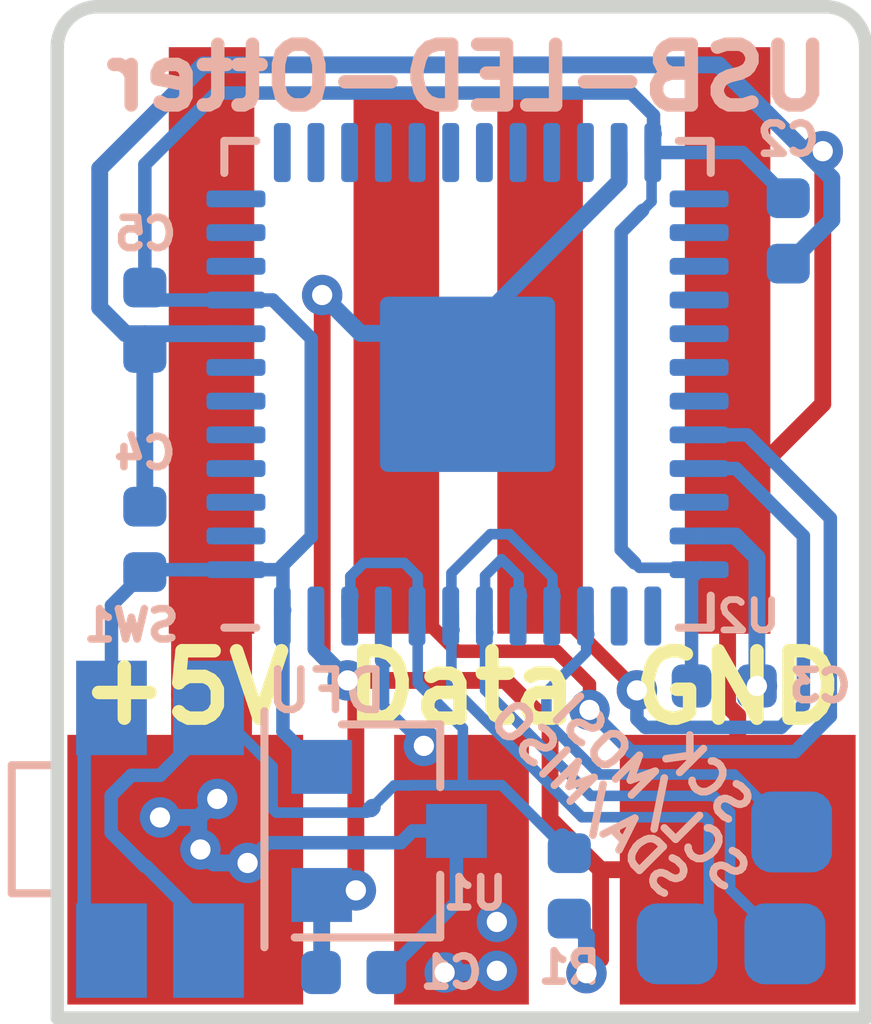
<source format=kicad_pcb>
(kicad_pcb (version 20171130) (host pcbnew "(5.1.12)-1")

  (general
    (thickness 1.6)
    (drawings 18)
    (tracks 257)
    (zones 0)
    (modules 14)
    (nets 40)
  )

  (page A4)
  (layers
    (0 F.Cu signal)
    (31 B.Cu signal)
    (32 B.Adhes user hide)
    (33 F.Adhes user hide)
    (34 B.Paste user hide)
    (35 F.Paste user hide)
    (36 B.SilkS user hide)
    (37 F.SilkS user hide)
    (38 B.Mask user hide)
    (39 F.Mask user hide)
    (40 Dwgs.User user hide)
    (41 Cmts.User user hide)
    (42 Eco1.User user hide)
    (43 Eco2.User user hide)
    (44 Edge.Cuts user)
    (45 Margin user hide)
    (46 B.CrtYd user hide)
    (47 F.CrtYd user hide)
    (48 B.Fab user hide)
    (49 F.Fab user hide)
  )

  (setup
    (last_trace_width 0.25)
    (user_trace_width 0.157)
    (user_trace_width 0.2)
    (user_trace_width 0.8)
    (user_trace_width 1)
    (user_trace_width 1.2)
    (trace_clearance 0.16)
    (zone_clearance 0.2)
    (zone_45_only yes)
    (trace_min 0.15)
    (via_size 0.6)
    (via_drill 0.3)
    (via_min_size 0.4)
    (via_min_drill 0.3)
    (user_via 0.6 0.3)
    (uvia_size 0.3)
    (uvia_drill 0.1)
    (uvias_allowed no)
    (uvia_min_size 0.2)
    (uvia_min_drill 0.1)
    (edge_width 0.15)
    (segment_width 0.2)
    (pcb_text_width 0.3)
    (pcb_text_size 1.5 1.5)
    (mod_edge_width 0.15)
    (mod_text_size 0.45 0.45)
    (mod_text_width 0.1125)
    (pad_size 1.524 1.524)
    (pad_drill 0.762)
    (pad_to_mask_clearance 0)
    (solder_mask_min_width 0.25)
    (aux_axis_origin 0 0)
    (visible_elements 7FFFFFFF)
    (pcbplotparams
      (layerselection 0x010fc_ffffffff)
      (usegerberextensions true)
      (usegerberattributes false)
      (usegerberadvancedattributes false)
      (creategerberjobfile false)
      (excludeedgelayer true)
      (linewidth 0.100000)
      (plotframeref false)
      (viasonmask false)
      (mode 1)
      (useauxorigin false)
      (hpglpennumber 1)
      (hpglpenspeed 20)
      (hpglpendiameter 15.000000)
      (psnegative false)
      (psa4output false)
      (plotreference true)
      (plotvalue true)
      (plotinvisibletext false)
      (padsonsilk false)
      (subtractmaskfromsilk false)
      (outputformat 1)
      (mirror false)
      (drillshape 0)
      (scaleselection 1)
      (outputdirectory "gerber/"))
  )

  (net 0 "")
  (net 1 GND)
  (net 2 +3V3)
  (net 3 +5V)
  (net 4 "Net-(U2-Pad3)")
  (net 5 "Net-(U2-Pad4)")
  (net 6 "Net-(U2-Pad5)")
  (net 7 "Net-(U2-Pad6)")
  (net 8 "Net-(U2-Pad7)")
  (net 9 "Net-(U2-Pad10)")
  (net 10 "Net-(U2-Pad11)")
  (net 11 "Net-(U2-Pad12)")
  (net 12 "Net-(U2-Pad13)")
  (net 13 "Net-(U2-Pad14)")
  (net 14 "Net-(U2-Pad15)")
  (net 15 "Net-(U2-Pad16)")
  (net 16 "Net-(U2-Pad17)")
  (net 17 "Net-(U2-Pad18)")
  (net 18 "Net-(U2-Pad19)")
  (net 19 "Net-(U2-Pad20)")
  (net 20 "Net-(U2-Pad21)")
  (net 21 "Net-(U2-Pad22)")
  (net 22 "Net-(U2-Pad25)")
  (net 23 "Net-(U2-Pad26)")
  (net 24 "Net-(U2-Pad27)")
  (net 25 "Net-(U2-Pad28)")
  (net 26 "Net-(U2-Pad29)")
  (net 27 "Net-(U2-Pad30)")
  (net 28 "Net-(U2-Pad31)")
  (net 29 "Net-(U2-Pad38)")
  (net 30 USB_N)
  (net 31 USB_P)
  (net 32 "Net-(R1-Pad1)")
  (net 33 LED)
  (net 34 "Net-(U2-Pad2)")
  (net 35 SCL)
  (net 36 SDA)
  (net 37 SCK)
  (net 38 SWDIO)
  (net 39 SWCLK)

  (net_class Default "This is the default net class."
    (clearance 0.16)
    (trace_width 0.25)
    (via_dia 0.6)
    (via_drill 0.3)
    (uvia_dia 0.3)
    (uvia_drill 0.1)
    (diff_pair_width 0.157)
    (diff_pair_gap 0.2)
    (add_net +3V3)
    (add_net +5V)
    (add_net GND)
    (add_net LED)
    (add_net "Net-(R1-Pad1)")
    (add_net "Net-(U2-Pad10)")
    (add_net "Net-(U2-Pad11)")
    (add_net "Net-(U2-Pad12)")
    (add_net "Net-(U2-Pad13)")
    (add_net "Net-(U2-Pad14)")
    (add_net "Net-(U2-Pad15)")
    (add_net "Net-(U2-Pad16)")
    (add_net "Net-(U2-Pad17)")
    (add_net "Net-(U2-Pad18)")
    (add_net "Net-(U2-Pad19)")
    (add_net "Net-(U2-Pad2)")
    (add_net "Net-(U2-Pad20)")
    (add_net "Net-(U2-Pad21)")
    (add_net "Net-(U2-Pad22)")
    (add_net "Net-(U2-Pad25)")
    (add_net "Net-(U2-Pad26)")
    (add_net "Net-(U2-Pad27)")
    (add_net "Net-(U2-Pad28)")
    (add_net "Net-(U2-Pad29)")
    (add_net "Net-(U2-Pad3)")
    (add_net "Net-(U2-Pad30)")
    (add_net "Net-(U2-Pad31)")
    (add_net "Net-(U2-Pad38)")
    (add_net "Net-(U2-Pad4)")
    (add_net "Net-(U2-Pad5)")
    (add_net "Net-(U2-Pad6)")
    (add_net "Net-(U2-Pad7)")
    (add_net SCK)
    (add_net SCL)
    (add_net SDA)
    (add_net SWCLK)
    (add_net SWDIO)
    (add_net USB_N)
    (add_net USB_P)
  )

  (module otter:QFN-48-1EP_7x7mm_P0.5mm_EP2.6x2.6mm (layer B.Cu) (tedit 5DAD8974) (tstamp 5DD2E4C7)
    (at 56.09 55.6)
    (descr "QFN, 48 Pin (http://www.st.com/resource/en/datasheet/stm32f042k6.pdf#page=94), generated with kicad-footprint-generator ipc_dfn_qfn_generator.py")
    (tags "QFN DFN_QFN")
    (path /5DD36C6F)
    (attr smd)
    (fp_text reference U2 (at 4.17 3.44) (layer B.SilkS)
      (effects (font (size 0.45 0.45) (thickness 0.1)) (justify mirror))
    )
    (fp_text value STM32F072CBUx (at 0 -4.82) (layer B.Fab)
      (effects (font (size 1 1) (thickness 0.15)) (justify mirror))
    )
    (fp_line (start 4.12 4.12) (end -4.12 4.12) (layer B.CrtYd) (width 0.05))
    (fp_line (start 4.12 -4.12) (end 4.12 4.12) (layer B.CrtYd) (width 0.05))
    (fp_line (start -4.12 -4.12) (end 4.12 -4.12) (layer B.CrtYd) (width 0.05))
    (fp_line (start -4.12 4.12) (end -4.12 -4.12) (layer B.CrtYd) (width 0.05))
    (fp_line (start -3.5 2.5) (end -2.5 3.5) (layer B.Fab) (width 0.1))
    (fp_line (start -3.5 -3.5) (end -3.5 2.5) (layer B.Fab) (width 0.1))
    (fp_line (start 3.5 -3.5) (end -3.5 -3.5) (layer B.Fab) (width 0.1))
    (fp_line (start 3.5 3.5) (end 3.5 -3.5) (layer B.Fab) (width 0.1))
    (fp_line (start -2.5 3.5) (end 3.5 3.5) (layer B.Fab) (width 0.1))
    (fp_line (start -3.135 3.61) (end -3.61 3.61) (layer B.SilkS) (width 0.12))
    (fp_line (start 3.61 -3.61) (end 3.61 -3.135) (layer B.SilkS) (width 0.12))
    (fp_line (start 3.135 -3.61) (end 3.61 -3.61) (layer B.SilkS) (width 0.12))
    (fp_line (start -3.61 -3.61) (end -3.61 -3.135) (layer B.SilkS) (width 0.12))
    (fp_line (start -3.135 -3.61) (end -3.61 -3.61) (layer B.SilkS) (width 0.12))
    (fp_line (start 3.61 3.61) (end 3.61 3.135) (layer B.SilkS) (width 0.12))
    (fp_line (start 3.135 3.61) (end 3.61 3.61) (layer B.SilkS) (width 0.12))
    (fp_text user %R (at 0 0) (layer B.Fab)
      (effects (font (size 1 1) (thickness 0.15)) (justify mirror))
    )
    (pad 48 smd roundrect (at -2.75 3.4375) (size 0.25 0.875) (layers B.Cu B.Paste B.Mask) (roundrect_rratio 0.25)
      (net 2 +3V3))
    (pad 47 smd roundrect (at -2.25 3.4375) (size 0.25 0.875) (layers B.Cu B.Paste B.Mask) (roundrect_rratio 0.25)
      (net 1 GND))
    (pad 46 smd roundrect (at -1.75 3.4375) (size 0.25 0.875) (layers B.Cu B.Paste B.Mask) (roundrect_rratio 0.25)
      (net 32 "Net-(R1-Pad1)"))
    (pad 45 smd roundrect (at -1.25 3.4375) (size 0.25 0.875) (layers B.Cu B.Paste B.Mask) (roundrect_rratio 0.25)
      (net 33 LED))
    (pad 44 smd roundrect (at -0.75 3.4375) (size 0.25 0.875) (layers B.Cu B.Paste B.Mask) (roundrect_rratio 0.25)
      (net 32 "Net-(R1-Pad1)"))
    (pad 43 smd roundrect (at -0.25 3.4375) (size 0.25 0.875) (layers B.Cu B.Paste B.Mask) (roundrect_rratio 0.25)
      (net 36 SDA))
    (pad 42 smd roundrect (at 0.25 3.4375) (size 0.25 0.875) (layers B.Cu B.Paste B.Mask) (roundrect_rratio 0.25)
      (net 35 SCL))
    (pad 41 smd roundrect (at 0.75 3.4375) (size 0.25 0.875) (layers B.Cu B.Paste B.Mask) (roundrect_rratio 0.25)
      (net 35 SCL))
    (pad 40 smd roundrect (at 1.25 3.4375) (size 0.25 0.875) (layers B.Cu B.Paste B.Mask) (roundrect_rratio 0.25)
      (net 36 SDA))
    (pad 39 smd roundrect (at 1.75 3.4375) (size 0.25 0.875) (layers B.Cu B.Paste B.Mask) (roundrect_rratio 0.25)
      (net 37 SCK))
    (pad 38 smd roundrect (at 2.25 3.4375) (size 0.25 0.875) (layers B.Cu B.Paste B.Mask) (roundrect_rratio 0.25)
      (net 29 "Net-(U2-Pad38)"))
    (pad 37 smd roundrect (at 2.75 3.4375) (size 0.25 0.875) (layers B.Cu B.Paste B.Mask) (roundrect_rratio 0.25)
      (net 39 SWCLK))
    (pad 36 smd roundrect (at 3.4375 2.75) (size 0.875 0.25) (layers B.Cu B.Paste B.Mask) (roundrect_rratio 0.25)
      (net 2 +3V3))
    (pad 35 smd roundrect (at 3.4375 2.25) (size 0.875 0.25) (layers B.Cu B.Paste B.Mask) (roundrect_rratio 0.25)
      (net 1 GND))
    (pad 34 smd roundrect (at 3.4375 1.75) (size 0.875 0.25) (layers B.Cu B.Paste B.Mask) (roundrect_rratio 0.25)
      (net 38 SWDIO))
    (pad 33 smd roundrect (at 3.4375 1.25) (size 0.875 0.25) (layers B.Cu B.Paste B.Mask) (roundrect_rratio 0.25)
      (net 31 USB_P))
    (pad 32 smd roundrect (at 3.4375 0.75) (size 0.875 0.25) (layers B.Cu B.Paste B.Mask) (roundrect_rratio 0.25)
      (net 30 USB_N))
    (pad 31 smd roundrect (at 3.4375 0.25) (size 0.875 0.25) (layers B.Cu B.Paste B.Mask) (roundrect_rratio 0.25)
      (net 28 "Net-(U2-Pad31)"))
    (pad 30 smd roundrect (at 3.4375 -0.25) (size 0.875 0.25) (layers B.Cu B.Paste B.Mask) (roundrect_rratio 0.25)
      (net 27 "Net-(U2-Pad30)"))
    (pad 29 smd roundrect (at 3.4375 -0.75) (size 0.875 0.25) (layers B.Cu B.Paste B.Mask) (roundrect_rratio 0.25)
      (net 26 "Net-(U2-Pad29)"))
    (pad 28 smd roundrect (at 3.4375 -1.25) (size 0.875 0.25) (layers B.Cu B.Paste B.Mask) (roundrect_rratio 0.25)
      (net 25 "Net-(U2-Pad28)"))
    (pad 27 smd roundrect (at 3.4375 -1.75) (size 0.875 0.25) (layers B.Cu B.Paste B.Mask) (roundrect_rratio 0.25)
      (net 24 "Net-(U2-Pad27)"))
    (pad 26 smd roundrect (at 3.4375 -2.25) (size 0.875 0.25) (layers B.Cu B.Paste B.Mask) (roundrect_rratio 0.25)
      (net 23 "Net-(U2-Pad26)"))
    (pad 25 smd roundrect (at 3.4375 -2.75) (size 0.875 0.25) (layers B.Cu B.Paste B.Mask) (roundrect_rratio 0.25)
      (net 22 "Net-(U2-Pad25)"))
    (pad 24 smd roundrect (at 2.75 -3.4375) (size 0.25 0.875) (layers B.Cu B.Paste B.Mask) (roundrect_rratio 0.25)
      (net 2 +3V3))
    (pad 23 smd roundrect (at 2.25 -3.4375) (size 0.25 0.875) (layers B.Cu B.Paste B.Mask) (roundrect_rratio 0.25)
      (net 1 GND))
    (pad 22 smd roundrect (at 1.75 -3.4375) (size 0.25 0.875) (layers B.Cu B.Paste B.Mask) (roundrect_rratio 0.25)
      (net 21 "Net-(U2-Pad22)"))
    (pad 21 smd roundrect (at 1.25 -3.4375) (size 0.25 0.875) (layers B.Cu B.Paste B.Mask) (roundrect_rratio 0.25)
      (net 20 "Net-(U2-Pad21)"))
    (pad 20 smd roundrect (at 0.75 -3.4375) (size 0.25 0.875) (layers B.Cu B.Paste B.Mask) (roundrect_rratio 0.25)
      (net 19 "Net-(U2-Pad20)"))
    (pad 19 smd roundrect (at 0.25 -3.4375) (size 0.25 0.875) (layers B.Cu B.Paste B.Mask) (roundrect_rratio 0.25)
      (net 18 "Net-(U2-Pad19)"))
    (pad 18 smd roundrect (at -0.25 -3.4375) (size 0.25 0.875) (layers B.Cu B.Paste B.Mask) (roundrect_rratio 0.25)
      (net 17 "Net-(U2-Pad18)"))
    (pad 17 smd roundrect (at -0.75 -3.4375) (size 0.25 0.875) (layers B.Cu B.Paste B.Mask) (roundrect_rratio 0.25)
      (net 16 "Net-(U2-Pad17)"))
    (pad 16 smd roundrect (at -1.25 -3.4375) (size 0.25 0.875) (layers B.Cu B.Paste B.Mask) (roundrect_rratio 0.25)
      (net 15 "Net-(U2-Pad16)"))
    (pad 15 smd roundrect (at -1.75 -3.4375) (size 0.25 0.875) (layers B.Cu B.Paste B.Mask) (roundrect_rratio 0.25)
      (net 14 "Net-(U2-Pad15)"))
    (pad 14 smd roundrect (at -2.25 -3.4375) (size 0.25 0.875) (layers B.Cu B.Paste B.Mask) (roundrect_rratio 0.25)
      (net 13 "Net-(U2-Pad14)"))
    (pad 13 smd roundrect (at -2.75 -3.4375) (size 0.25 0.875) (layers B.Cu B.Paste B.Mask) (roundrect_rratio 0.25)
      (net 12 "Net-(U2-Pad13)"))
    (pad 12 smd roundrect (at -3.4375 -2.75) (size 0.875 0.25) (layers B.Cu B.Paste B.Mask) (roundrect_rratio 0.25)
      (net 11 "Net-(U2-Pad12)"))
    (pad 11 smd roundrect (at -3.4375 -2.25) (size 0.875 0.25) (layers B.Cu B.Paste B.Mask) (roundrect_rratio 0.25)
      (net 10 "Net-(U2-Pad11)"))
    (pad 10 smd roundrect (at -3.4375 -1.75) (size 0.875 0.25) (layers B.Cu B.Paste B.Mask) (roundrect_rratio 0.25)
      (net 9 "Net-(U2-Pad10)"))
    (pad 9 smd roundrect (at -3.4375 -1.25) (size 0.875 0.25) (layers B.Cu B.Paste B.Mask) (roundrect_rratio 0.25)
      (net 2 +3V3))
    (pad 8 smd roundrect (at -3.4375 -0.75) (size 0.875 0.25) (layers B.Cu B.Paste B.Mask) (roundrect_rratio 0.25)
      (net 1 GND))
    (pad 7 smd roundrect (at -3.4375 -0.25) (size 0.875 0.25) (layers B.Cu B.Paste B.Mask) (roundrect_rratio 0.25)
      (net 8 "Net-(U2-Pad7)"))
    (pad 6 smd roundrect (at -3.4375 0.25) (size 0.875 0.25) (layers B.Cu B.Paste B.Mask) (roundrect_rratio 0.25)
      (net 7 "Net-(U2-Pad6)"))
    (pad 5 smd roundrect (at -3.4375 0.75) (size 0.875 0.25) (layers B.Cu B.Paste B.Mask) (roundrect_rratio 0.25)
      (net 6 "Net-(U2-Pad5)"))
    (pad 4 smd roundrect (at -3.4375 1.25) (size 0.875 0.25) (layers B.Cu B.Paste B.Mask) (roundrect_rratio 0.25)
      (net 5 "Net-(U2-Pad4)"))
    (pad 3 smd roundrect (at -3.4375 1.75) (size 0.875 0.25) (layers B.Cu B.Paste B.Mask) (roundrect_rratio 0.25)
      (net 4 "Net-(U2-Pad3)"))
    (pad 2 smd roundrect (at -3.4375 2.25) (size 0.875 0.25) (layers B.Cu B.Paste B.Mask) (roundrect_rratio 0.25)
      (net 34 "Net-(U2-Pad2)"))
    (pad 1 smd roundrect (at -3.4375 2.75) (size 0.875 0.25) (layers B.Cu B.Paste B.Mask) (roundrect_rratio 0.25)
      (net 2 +3V3))
    (pad "" smd roundrect (at 0.7 -0.7) (size 1.13 1.13) (layers B.Paste) (roundrect_rratio 0.221239))
    (pad "" smd roundrect (at 0.7 0.7) (size 1.13 1.13) (layers B.Paste) (roundrect_rratio 0.221239))
    (pad "" smd roundrect (at -0.7 -0.7) (size 1.13 1.13) (layers B.Paste) (roundrect_rratio 0.221239))
    (pad "" smd roundrect (at -0.7 0.7) (size 1.13 1.13) (layers B.Paste) (roundrect_rratio 0.221239))
    (pad 49 smd roundrect (at 0 0) (size 2.6 2.6) (layers B.Cu B.Mask) (roundrect_rratio 0.045)
      (net 1 GND))
    (model ${KISYS3DMOD}/Package_DFN_QFN.3dshapes/QFN-48-1EP_7x7mm_P0.5mm_EP5.6x5.6mm.wrl
      (at (xyz 0 0 0))
      (scale (xyz 1 1 1))
      (rotate (xyz 0 0 0))
    )
  )

  (module otter:Pad_0.80.8 (layer B.Cu) (tedit 5DD29440) (tstamp 5DD30A70)
    (at 60.9 62.24)
    (path /5DD4BEB9)
    (fp_text reference J5 (at 0 1.1) (layer B.SilkS) hide
      (effects (font (size 1 1) (thickness 0.15)) (justify mirror))
    )
    (fp_text value PAD (at 0 2.1) (layer B.Fab)
      (effects (font (size 1 1) (thickness 0.15)) (justify mirror))
    )
    (pad 1 smd roundrect (at 0 0) (size 1.2 1.2) (layers B.Cu B.Paste B.Mask) (roundrect_rratio 0.25)
      (net 37 SCK))
  )

  (module otter:Pad_0.80.8 (layer B.Cu) (tedit 5DD2942F) (tstamp 5DD2F24A)
    (at 60.8 63.9)
    (path /5DD36099)
    (fp_text reference J2 (at 0 1.1) (layer B.SilkS) hide
      (effects (font (size 1 1) (thickness 0.15)) (justify mirror))
    )
    (fp_text value PAD (at 0 2.1) (layer B.Fab)
      (effects (font (size 1 1) (thickness 0.15)) (justify mirror))
    )
    (pad 1 smd roundrect (at 0 0) (size 1.2 1.2) (layers B.Cu B.Paste B.Mask) (roundrect_rratio 0.25)
      (net 35 SCL))
  )

  (module otter:Pad_0.80.8 (layer B.Cu) (tedit 5DD29405) (tstamp 5DD2F25B)
    (at 59.2 63.9)
    (path /5DD34DB2)
    (fp_text reference J4 (at 0 1.1) (layer B.SilkS) hide
      (effects (font (size 1 1) (thickness 0.15)) (justify mirror))
    )
    (fp_text value PAD (at 0 2.1) (layer B.Fab)
      (effects (font (size 1 1) (thickness 0.15)) (justify mirror))
    )
    (pad 1 smd roundrect (at 0 0) (size 1.2 1.2) (layers B.Cu B.Paste B.Mask) (roundrect_rratio 0.25)
      (net 36 SDA))
  )

  (module Button_Switch_SMD:SW_SPST_EVQP7A (layer B.Cu) (tedit 5A02FC95) (tstamp 5DCF254A)
    (at 51.525 62.2 90)
    (descr "Light Touch Switch,https://industrial.panasonic.com/cdbs/www-data/pdf/ATK0000/ATK0000CE20.pdf")
    (path /5DADA21E)
    (attr smd)
    (fp_text reference SW1 (at 3.025 -0.425 180) (layer B.SilkS)
      (effects (font (size 0.45 0.45) (thickness 0.1125)) (justify mirror))
    )
    (fp_text value DFU (at 0 -3.25 90) (layer B.Fab)
      (effects (font (size 1 1) (thickness 0.15)) (justify mirror))
    )
    (fp_line (start 0.95 -1.55) (end 0.95 -2.2) (layer B.SilkS) (width 0.12))
    (fp_line (start 0.95 -2.2) (end -0.95 -2.2) (layer B.SilkS) (width 0.12))
    (fp_line (start -0.95 -2.2) (end -0.95 -1.55) (layer B.SilkS) (width 0.12))
    (fp_line (start -0.85 -2.1) (end 0.85 -2.1) (layer B.Fab) (width 0.1))
    (fp_line (start 0.85 -2.1) (end 0.85 -1.45) (layer B.Fab) (width 0.1))
    (fp_line (start -0.85 -2.1) (end -0.85 -1.45) (layer B.Fab) (width 0.1))
    (fp_line (start -1.75 1.45) (end 1.75 1.45) (layer B.Fab) (width 0.1))
    (fp_line (start 1.75 1.45) (end 1.75 -1.45) (layer B.Fab) (width 0.1))
    (fp_line (start 1.75 -1.45) (end -1.75 -1.45) (layer B.Fab) (width 0.1))
    (fp_line (start -1.75 -1.45) (end -1.75 1.4) (layer B.Fab) (width 0.1))
    (fp_line (start -1.1 -2.35) (end -1.1 -1.7) (layer B.CrtYd) (width 0.05))
    (fp_line (start -1.1 -1.7) (end -2.75 -1.7) (layer B.CrtYd) (width 0.05))
    (fp_line (start 2.75 -1.7) (end 1.1 -1.7) (layer B.CrtYd) (width 0.05))
    (fp_line (start 1.1 -1.7) (end 1.1 -2.35) (layer B.CrtYd) (width 0.05))
    (fp_line (start -1.75 1.55) (end 1.75 1.55) (layer B.SilkS) (width 0.12))
    (fp_line (start 1.75 -1.55) (end -1.75 -1.55) (layer B.SilkS) (width 0.12))
    (fp_line (start -2.75 1.7) (end 2.75 1.7) (layer B.CrtYd) (width 0.05))
    (fp_line (start 2.75 1.7) (end 2.75 -1.7) (layer B.CrtYd) (width 0.05))
    (fp_line (start 1.1 -2.35) (end -1.1 -2.35) (layer B.CrtYd) (width 0.05))
    (fp_line (start -2.75 -1.7) (end -2.75 1.7) (layer B.CrtYd) (width 0.05))
    (fp_text user %R (at 0 2.5 90) (layer B.Fab)
      (effects (font (size 1 1) (thickness 0.15)) (justify mirror))
    )
    (pad 1 smd rect (at 1.8 0.72 90) (size 1.4 1.05) (layers B.Cu B.Paste B.Mask)
      (net 32 "Net-(R1-Pad1)"))
    (pad 1 smd rect (at -1.8 0.72 90) (size 1.4 1.05) (layers B.Cu B.Paste B.Mask)
      (net 32 "Net-(R1-Pad1)"))
    (pad 2 smd rect (at 1.8 -0.72 90) (size 1.4 1.05) (layers B.Cu B.Paste B.Mask)
      (net 2 +3V3))
    (pad 2 smd rect (at -1.8 -0.72 90) (size 1.4 1.05) (layers B.Cu B.Paste B.Mask)
      (net 2 +3V3))
    (model ${KISYS3DMOD}/Button_Switch_SMD.3dshapes/SW_SPST_EVQP7A.wrl
      (at (xyz 0 0 0))
      (scale (xyz 1 1 1))
      (rotate (xyz 0 0 0))
    )
  )

  (module Capacitor_SMD:C_0402_1005Metric (layer B.Cu) (tedit 5B301BBE) (tstamp 5DC36EBE)
    (at 54.4 64.325 180)
    (descr "Capacitor SMD 0402 (1005 Metric), square (rectangular) end terminal, IPC_7351 nominal, (Body size source: http://www.tortai-tech.com/upload/download/2011102023233369053.pdf), generated with kicad-footprint-generator")
    (tags capacitor)
    (path /5DAD8CB6)
    (attr smd)
    (fp_text reference C1 (at -1.45 0 180) (layer B.SilkS)
      (effects (font (size 0.45 0.45) (thickness 0.1125)) (justify mirror))
    )
    (fp_text value 100n (at 0 -1.17 180) (layer B.Fab)
      (effects (font (size 1 1) (thickness 0.15)) (justify mirror))
    )
    (fp_line (start -0.5 -0.25) (end -0.5 0.25) (layer B.Fab) (width 0.1))
    (fp_line (start -0.5 0.25) (end 0.5 0.25) (layer B.Fab) (width 0.1))
    (fp_line (start 0.5 0.25) (end 0.5 -0.25) (layer B.Fab) (width 0.1))
    (fp_line (start 0.5 -0.25) (end -0.5 -0.25) (layer B.Fab) (width 0.1))
    (fp_line (start -0.93 -0.47) (end -0.93 0.47) (layer B.CrtYd) (width 0.05))
    (fp_line (start -0.93 0.47) (end 0.93 0.47) (layer B.CrtYd) (width 0.05))
    (fp_line (start 0.93 0.47) (end 0.93 -0.47) (layer B.CrtYd) (width 0.05))
    (fp_line (start 0.93 -0.47) (end -0.93 -0.47) (layer B.CrtYd) (width 0.05))
    (fp_text user %R (at 0 0 180) (layer B.Fab)
      (effects (font (size 0.25 0.25) (thickness 0.04)) (justify mirror))
    )
    (pad 1 smd roundrect (at -0.485 0 180) (size 0.59 0.64) (layers B.Cu B.Paste B.Mask) (roundrect_rratio 0.25)
      (net 3 +5V))
    (pad 2 smd roundrect (at 0.485 0 180) (size 0.59 0.64) (layers B.Cu B.Paste B.Mask) (roundrect_rratio 0.25)
      (net 1 GND))
    (model ${KISYS3DMOD}/Capacitor_SMD.3dshapes/C_0402_1005Metric.wrl
      (at (xyz 0 0 0))
      (scale (xyz 1 1 1))
      (rotate (xyz 0 0 0))
    )
  )

  (module otter:LED-Strip (layer F.Cu) (tedit 5DB5BFBA) (tstamp 5DC34326)
    (at 56 64.8)
    (path /5DB5BEC7)
    (fp_text reference J3 (at 0 -3.5) (layer F.SilkS) hide
      (effects (font (size 0.45 0.45) (thickness 0.1125)))
    )
    (fp_text value LED (at 0 -4.5) (layer F.Fab)
      (effects (font (size 1 1) (thickness 0.15)))
    )
    (pad 1 smd rect (at -4.1 -2) (size 3.5 4) (layers F.Cu F.Paste F.Mask)
      (net 3 +5V))
    (pad 3 smd rect (at 4.1 -2) (size 3.5 4) (layers F.Cu F.Paste F.Mask)
      (net 1 GND))
    (pad 2 smd rect (at 0 -2) (size 2 4) (layers F.Cu F.Paste F.Mask)
      (net 33 LED))
  )

  (module otter:USBPCB (layer F.Cu) (tedit 5DB5BF72) (tstamp 5DCF3FE3)
    (at 56.1 63.3)
    (path /5DAD9105)
    (fp_text reference J1 (at -0.1 -14.05) (layer F.SilkS) hide
      (effects (font (size 0.45 0.45) (thickness 0.1125)))
    )
    (fp_text value USB (at -0.1 -9.8) (layer F.Fab)
      (effects (font (size 1 1) (thickness 0.15)))
    )
    (fp_line (start -6.1 0) (end -6.1 -13.3) (layer Eco1.User) (width 0.1))
    (fp_line (start 5.9 -13.3) (end 5.9 0) (layer Eco1.User) (width 0.1))
    (fp_line (start -0.1 -13.3) (end 5.9 -13.3) (layer Eco1.User) (width 0.1))
    (fp_line (start -0.1 -13.3) (end -6.1 -13.3) (layer Eco1.User) (width 0.1))
    (pad 3 smd rect (at 1.067 -8) (size 1.27 8) (layers F.Cu F.Paste F.Mask)
      (net 31 USB_P))
    (pad 2 smd rect (at -1.067 -8) (size 1.27 8) (layers F.Cu F.Paste F.Mask)
      (net 30 USB_N))
    (pad 4 smd rect (at 3.85 -8.35) (size 1.27 8.7) (layers F.Cu F.Paste F.Mask)
      (net 1 GND))
    (pad 1 smd rect (at -3.81 -8.35) (size 1.27 8.7) (layers F.Cu F.Paste F.Mask)
      (net 3 +5V))
    (model "home/janhenrik/go-elinux/onWheel/onwheel-button-2-pcb/back_pcb/USB Onboard/USB Onboard.step"
      (offset (xyz -6.75 3.5 2.55))
      (scale (xyz 1 1 1))
      (rotate (xyz -90 0 0))
    )
  )

  (module Capacitor_SMD:C_0402_1005Metric (layer B.Cu) (tedit 5B301BBE) (tstamp 5DD25DD8)
    (at 51.3 54.65 270)
    (descr "Capacitor SMD 0402 (1005 Metric), square (rectangular) end terminal, IPC_7351 nominal, (Body size source: http://www.tortai-tech.com/upload/download/2011102023233369053.pdf), generated with kicad-footprint-generator")
    (tags capacitor)
    (path /5DADA938)
    (attr smd)
    (fp_text reference C5 (at -1.28 -0.01) (layer B.SilkS)
      (effects (font (size 0.45 0.45) (thickness 0.1125)) (justify mirror))
    )
    (fp_text value 100n (at 0 -1.17 270) (layer B.Fab)
      (effects (font (size 1 1) (thickness 0.15)) (justify mirror))
    )
    (fp_line (start -0.5 -0.25) (end -0.5 0.25) (layer B.Fab) (width 0.1))
    (fp_line (start -0.5 0.25) (end 0.5 0.25) (layer B.Fab) (width 0.1))
    (fp_line (start 0.5 0.25) (end 0.5 -0.25) (layer B.Fab) (width 0.1))
    (fp_line (start 0.5 -0.25) (end -0.5 -0.25) (layer B.Fab) (width 0.1))
    (fp_line (start -0.93 -0.47) (end -0.93 0.47) (layer B.CrtYd) (width 0.05))
    (fp_line (start -0.93 0.47) (end 0.93 0.47) (layer B.CrtYd) (width 0.05))
    (fp_line (start 0.93 0.47) (end 0.93 -0.47) (layer B.CrtYd) (width 0.05))
    (fp_line (start 0.93 -0.47) (end -0.93 -0.47) (layer B.CrtYd) (width 0.05))
    (fp_text user %R (at 0 0 270) (layer B.Fab)
      (effects (font (size 0.25 0.25) (thickness 0.04)) (justify mirror))
    )
    (pad 1 smd roundrect (at -0.485 0 270) (size 0.59 0.64) (layers B.Cu B.Paste B.Mask) (roundrect_rratio 0.25)
      (net 2 +3V3))
    (pad 2 smd roundrect (at 0.485 0 270) (size 0.59 0.64) (layers B.Cu B.Paste B.Mask) (roundrect_rratio 0.25)
      (net 1 GND))
    (model ${KISYS3DMOD}/Capacitor_SMD.3dshapes/C_0402_1005Metric.wrl
      (at (xyz 0 0 0))
      (scale (xyz 1 1 1))
      (rotate (xyz 0 0 0))
    )
  )

  (module Capacitor_SMD:C_0402_1005Metric (layer B.Cu) (tedit 5B301BBE) (tstamp 5DD25DC9)
    (at 51.3 57.9 90)
    (descr "Capacitor SMD 0402 (1005 Metric), square (rectangular) end terminal, IPC_7351 nominal, (Body size source: http://www.tortai-tech.com/upload/download/2011102023233369053.pdf), generated with kicad-footprint-generator")
    (tags capacitor)
    (path /5DADAA7A)
    (attr smd)
    (fp_text reference C4 (at 1.28 0 180) (layer B.SilkS)
      (effects (font (size 0.45 0.45) (thickness 0.1125)) (justify mirror))
    )
    (fp_text value 100n (at 0 -1.17 90) (layer B.Fab)
      (effects (font (size 1 1) (thickness 0.15)) (justify mirror))
    )
    (fp_line (start 0.93 -0.47) (end -0.93 -0.47) (layer B.CrtYd) (width 0.05))
    (fp_line (start 0.93 0.47) (end 0.93 -0.47) (layer B.CrtYd) (width 0.05))
    (fp_line (start -0.93 0.47) (end 0.93 0.47) (layer B.CrtYd) (width 0.05))
    (fp_line (start -0.93 -0.47) (end -0.93 0.47) (layer B.CrtYd) (width 0.05))
    (fp_line (start 0.5 -0.25) (end -0.5 -0.25) (layer B.Fab) (width 0.1))
    (fp_line (start 0.5 0.25) (end 0.5 -0.25) (layer B.Fab) (width 0.1))
    (fp_line (start -0.5 0.25) (end 0.5 0.25) (layer B.Fab) (width 0.1))
    (fp_line (start -0.5 -0.25) (end -0.5 0.25) (layer B.Fab) (width 0.1))
    (fp_text user %R (at 0 0 90) (layer B.Fab)
      (effects (font (size 0.25 0.25) (thickness 0.04)) (justify mirror))
    )
    (pad 2 smd roundrect (at 0.485 0 90) (size 0.59 0.64) (layers B.Cu B.Paste B.Mask) (roundrect_rratio 0.25)
      (net 1 GND))
    (pad 1 smd roundrect (at -0.485 0 90) (size 0.59 0.64) (layers B.Cu B.Paste B.Mask) (roundrect_rratio 0.25)
      (net 2 +3V3))
    (model ${KISYS3DMOD}/Capacitor_SMD.3dshapes/C_0402_1005Metric.wrl
      (at (xyz 0 0 0))
      (scale (xyz 1 1 1))
      (rotate (xyz 0 0 0))
    )
  )

  (module Capacitor_SMD:C_0402_1005Metric (layer B.Cu) (tedit 5B301BBE) (tstamp 5DD25DBA)
    (at 59.9 60.075)
    (descr "Capacitor SMD 0402 (1005 Metric), square (rectangular) end terminal, IPC_7351 nominal, (Body size source: http://www.tortai-tech.com/upload/download/2011102023233369053.pdf), generated with kicad-footprint-generator")
    (tags capacitor)
    (path /5DADABCA)
    (attr smd)
    (fp_text reference C3 (at 1.425 0) (layer B.SilkS)
      (effects (font (size 0.45 0.45) (thickness 0.1125)) (justify mirror))
    )
    (fp_text value 100n (at 0 -1.17) (layer B.Fab)
      (effects (font (size 1 1) (thickness 0.15)) (justify mirror))
    )
    (fp_line (start -0.5 -0.25) (end -0.5 0.25) (layer B.Fab) (width 0.1))
    (fp_line (start -0.5 0.25) (end 0.5 0.25) (layer B.Fab) (width 0.1))
    (fp_line (start 0.5 0.25) (end 0.5 -0.25) (layer B.Fab) (width 0.1))
    (fp_line (start 0.5 -0.25) (end -0.5 -0.25) (layer B.Fab) (width 0.1))
    (fp_line (start -0.93 -0.47) (end -0.93 0.47) (layer B.CrtYd) (width 0.05))
    (fp_line (start -0.93 0.47) (end 0.93 0.47) (layer B.CrtYd) (width 0.05))
    (fp_line (start 0.93 0.47) (end 0.93 -0.47) (layer B.CrtYd) (width 0.05))
    (fp_line (start 0.93 -0.47) (end -0.93 -0.47) (layer B.CrtYd) (width 0.05))
    (fp_text user %R (at 0 0) (layer B.Fab)
      (effects (font (size 0.25 0.25) (thickness 0.04)) (justify mirror))
    )
    (pad 1 smd roundrect (at -0.485 0) (size 0.59 0.64) (layers B.Cu B.Paste B.Mask) (roundrect_rratio 0.25)
      (net 2 +3V3))
    (pad 2 smd roundrect (at 0.485 0) (size 0.59 0.64) (layers B.Cu B.Paste B.Mask) (roundrect_rratio 0.25)
      (net 1 GND))
    (model ${KISYS3DMOD}/Capacitor_SMD.3dshapes/C_0402_1005Metric.wrl
      (at (xyz 0 0 0))
      (scale (xyz 1 1 1))
      (rotate (xyz 0 0 0))
    )
  )

  (module Resistor_SMD:R_0402_1005Metric (layer B.Cu) (tedit 5B301BBD) (tstamp 5DD25CA1)
    (at 57.6 63.04 270)
    (descr "Resistor SMD 0402 (1005 Metric), square (rectangular) end terminal, IPC_7351 nominal, (Body size source: http://www.tortai-tech.com/upload/download/2011102023233369053.pdf), generated with kicad-footprint-generator")
    (tags resistor)
    (path /5DAD9A6F)
    (attr smd)
    (fp_text reference R1 (at 1.21 0) (layer B.SilkS)
      (effects (font (size 0.45 0.45) (thickness 0.1125)) (justify mirror))
    )
    (fp_text value 10k (at 0 -1.17 270) (layer B.Fab)
      (effects (font (size 1 1) (thickness 0.15)) (justify mirror))
    )
    (fp_line (start -0.5 -0.25) (end -0.5 0.25) (layer B.Fab) (width 0.1))
    (fp_line (start -0.5 0.25) (end 0.5 0.25) (layer B.Fab) (width 0.1))
    (fp_line (start 0.5 0.25) (end 0.5 -0.25) (layer B.Fab) (width 0.1))
    (fp_line (start 0.5 -0.25) (end -0.5 -0.25) (layer B.Fab) (width 0.1))
    (fp_line (start -0.93 -0.47) (end -0.93 0.47) (layer B.CrtYd) (width 0.05))
    (fp_line (start -0.93 0.47) (end 0.93 0.47) (layer B.CrtYd) (width 0.05))
    (fp_line (start 0.93 0.47) (end 0.93 -0.47) (layer B.CrtYd) (width 0.05))
    (fp_line (start 0.93 -0.47) (end -0.93 -0.47) (layer B.CrtYd) (width 0.05))
    (fp_text user %R (at 0 0 270) (layer B.Fab)
      (effects (font (size 0.25 0.25) (thickness 0.04)) (justify mirror))
    )
    (pad 1 smd roundrect (at -0.485 0 270) (size 0.59 0.64) (layers B.Cu B.Paste B.Mask) (roundrect_rratio 0.25)
      (net 32 "Net-(R1-Pad1)"))
    (pad 2 smd roundrect (at 0.485 0 270) (size 0.59 0.64) (layers B.Cu B.Paste B.Mask) (roundrect_rratio 0.25)
      (net 1 GND))
    (model ${KISYS3DMOD}/Resistor_SMD.3dshapes/R_0402_1005Metric.wrl
      (at (xyz 0 0 0))
      (scale (xyz 1 1 1))
      (rotate (xyz 0 0 0))
    )
  )

  (module Capacitor_SMD:C_0402_1005Metric (layer B.Cu) (tedit 5B301BBE) (tstamp 5DBADE9D)
    (at 60.85 53.325 270)
    (descr "Capacitor SMD 0402 (1005 Metric), square (rectangular) end terminal, IPC_7351 nominal, (Body size source: http://www.tortai-tech.com/upload/download/2011102023233369053.pdf), generated with kicad-footprint-generator")
    (tags capacitor)
    (path /5DAD8CF1)
    (attr smd)
    (fp_text reference C2 (at -1.355 0) (layer B.SilkS)
      (effects (font (size 0.45 0.45) (thickness 0.1125)) (justify mirror))
    )
    (fp_text value 100n (at 0 -1.17 270) (layer B.Fab)
      (effects (font (size 1 1) (thickness 0.15)) (justify mirror))
    )
    (fp_line (start 0.93 -0.47) (end -0.93 -0.47) (layer B.CrtYd) (width 0.05))
    (fp_line (start 0.93 0.47) (end 0.93 -0.47) (layer B.CrtYd) (width 0.05))
    (fp_line (start -0.93 0.47) (end 0.93 0.47) (layer B.CrtYd) (width 0.05))
    (fp_line (start -0.93 -0.47) (end -0.93 0.47) (layer B.CrtYd) (width 0.05))
    (fp_line (start 0.5 -0.25) (end -0.5 -0.25) (layer B.Fab) (width 0.1))
    (fp_line (start 0.5 0.25) (end 0.5 -0.25) (layer B.Fab) (width 0.1))
    (fp_line (start -0.5 0.25) (end 0.5 0.25) (layer B.Fab) (width 0.1))
    (fp_line (start -0.5 -0.25) (end -0.5 0.25) (layer B.Fab) (width 0.1))
    (fp_text user %R (at 0 0 270) (layer B.Fab)
      (effects (font (size 0.25 0.25) (thickness 0.04)) (justify mirror))
    )
    (pad 2 smd roundrect (at 0.485 0 270) (size 0.59 0.64) (layers B.Cu B.Paste B.Mask) (roundrect_rratio 0.25)
      (net 1 GND))
    (pad 1 smd roundrect (at -0.485 0 270) (size 0.59 0.64) (layers B.Cu B.Paste B.Mask) (roundrect_rratio 0.25)
      (net 2 +3V3))
    (model ${KISYS3DMOD}/Capacitor_SMD.3dshapes/C_0402_1005Metric.wrl
      (at (xyz 0 0 0))
      (scale (xyz 1 1 1))
      (rotate (xyz 0 0 0))
    )
  )

  (module Package_TO_SOT_SMD:SOT-23 (layer B.Cu) (tedit 5A02FF57) (tstamp 5DBADE29)
    (at 54.925 62.225)
    (descr "SOT-23, Standard")
    (tags SOT-23)
    (path /5DAD890C)
    (attr smd)
    (fp_text reference U1 (at 1.275 0.925) (layer B.SilkS)
      (effects (font (size 0.45 0.45) (thickness 0.1125)) (justify mirror))
    )
    (fp_text value MCP1700-3302E_SOT23 (at 0 -2.5) (layer B.Fab)
      (effects (font (size 1 1) (thickness 0.15)) (justify mirror))
    )
    (fp_line (start -0.7 0.95) (end -0.7 -1.5) (layer B.Fab) (width 0.1))
    (fp_line (start -0.15 1.52) (end 0.7 1.52) (layer B.Fab) (width 0.1))
    (fp_line (start -0.7 0.95) (end -0.15 1.52) (layer B.Fab) (width 0.1))
    (fp_line (start 0.7 1.52) (end 0.7 -1.52) (layer B.Fab) (width 0.1))
    (fp_line (start -0.7 -1.52) (end 0.7 -1.52) (layer B.Fab) (width 0.1))
    (fp_line (start 0.76 -1.58) (end 0.76 -0.65) (layer B.SilkS) (width 0.12))
    (fp_line (start 0.76 1.58) (end 0.76 0.65) (layer B.SilkS) (width 0.12))
    (fp_line (start -1.7 1.75) (end 1.7 1.75) (layer B.CrtYd) (width 0.05))
    (fp_line (start 1.7 1.75) (end 1.7 -1.75) (layer B.CrtYd) (width 0.05))
    (fp_line (start 1.7 -1.75) (end -1.7 -1.75) (layer B.CrtYd) (width 0.05))
    (fp_line (start -1.7 -1.75) (end -1.7 1.75) (layer B.CrtYd) (width 0.05))
    (fp_line (start 0.76 1.58) (end -1.4 1.58) (layer B.SilkS) (width 0.12))
    (fp_line (start 0.76 -1.58) (end -0.7 -1.58) (layer B.SilkS) (width 0.12))
    (fp_text user %R (at 0 0 -90) (layer B.Fab)
      (effects (font (size 0.5 0.5) (thickness 0.075)) (justify mirror))
    )
    (pad 1 smd rect (at -1 0.95) (size 0.9 0.8) (layers B.Cu B.Paste B.Mask)
      (net 1 GND))
    (pad 2 smd rect (at -1 -0.95) (size 0.9 0.8) (layers B.Cu B.Paste B.Mask)
      (net 2 +3V3))
    (pad 3 smd rect (at 1 0) (size 0.9 0.8) (layers B.Cu B.Paste B.Mask)
      (net 3 +5V))
    (model ${KISYS3DMOD}/Package_TO_SOT_SMD.3dshapes/SOT-23.wrl
      (at (xyz 0 0 0))
      (scale (xyz 1 1 1))
      (rotate (xyz 0 0 0))
    )
  )

  (dimension 12 (width 0.15) (layer Eco1.User)
    (gr_text "12,000 mm" (at 56 70.95) (layer Eco1.User)
      (effects (font (size 1 1) (thickness 0.15)))
    )
    (feature1 (pts (xy 50 65) (xy 50 70.236421)))
    (feature2 (pts (xy 62 65) (xy 62 70.236421)))
    (crossbar (pts (xy 62 69.65) (xy 50 69.65)))
    (arrow1a (pts (xy 50 69.65) (xy 51.126504 69.063579)))
    (arrow1b (pts (xy 50 69.65) (xy 51.126504 70.236421)))
    (arrow2a (pts (xy 62 69.65) (xy 60.873496 69.063579)))
    (arrow2b (pts (xy 62 69.65) (xy 60.873496 70.236421)))
  )
  (dimension 15 (width 0.15) (layer Eco1.User)
    (gr_text "15,000 mm" (at 71.15 57.5 90) (layer Eco1.User)
      (effects (font (size 1 1) (thickness 0.15)))
    )
    (feature1 (pts (xy 62 50) (xy 70.436421 50)))
    (feature2 (pts (xy 62 65) (xy 70.436421 65)))
    (crossbar (pts (xy 69.85 65) (xy 69.85 50)))
    (arrow1a (pts (xy 69.85 50) (xy 70.436421 51.126504)))
    (arrow1b (pts (xy 69.85 50) (xy 69.263579 51.126504)))
    (arrow2a (pts (xy 69.85 65) (xy 70.436421 63.873496)))
    (arrow2b (pts (xy 69.85 65) (xy 69.263579 63.873496)))
  )
  (gr_text DFU (at 54 60.15) (layer B.SilkS)
    (effects (font (size 0.6 0.6) (thickness 0.1125)) (justify mirror))
  )
  (gr_text SCK (at 59.65 61.45 315) (layer B.SilkS)
    (effects (font (size 0.5 0.5) (thickness 0.1125)) (justify mirror))
  )
  (gr_text "SCL/MOSI\n" (at 58.8 61.65 315) (layer B.SilkS)
    (effects (font (size 0.5 0.5) (thickness 0.1125)) (justify mirror))
  )
  (gr_text SDA/MISO (at 57.9 61.75 315) (layer B.SilkS)
    (effects (font (size 0.5 0.5) (thickness 0.1125)) (justify mirror))
  )
  (gr_text USB-LED-Otter (at 56.09 51.05) (layer B.SilkS)
    (effects (font (size 0.9 0.9) (thickness 0.2)) (justify mirror))
  )
  (gr_text "GND\n" (at 60.1 60.1) (layer F.SilkS) (tstamp 5DCF66D6)
    (effects (font (size 1 1) (thickness 0.2)))
  )
  (gr_text Data (at 56 60.1) (layer F.SilkS) (tstamp 5DCF66D6)
    (effects (font (size 1 1) (thickness 0.2)))
  )
  (gr_text +5V (at 51.9 60.1) (layer F.SilkS)
    (effects (font (size 1 1) (thickness 0.2)))
  )
  (gr_poly (pts (xy 63 49) (xy 63 59.25) (xy 49.5 59.25) (xy 49.5 49)) (layer F.Mask) (width 0.15))
  (gr_arc (start 50.6 50.6) (end 50.6 50) (angle -90) (layer Edge.Cuts) (width 0.2) (tstamp 5DC34B69))
  (gr_arc (start 61.4 50.6) (end 62 50.6) (angle -90) (layer Edge.Cuts) (width 0.2))
  (gr_line (start 62.4 59.2) (end 49.44 59.2) (layer Eco1.User) (width 0.2))
  (gr_line (start 61.4 50) (end 50.6 50) (layer Edge.Cuts) (width 0.2))
  (gr_line (start 62 65) (end 62 50.6) (layer Edge.Cuts) (width 0.2))
  (gr_line (start 50 65) (end 62 65) (layer Edge.Cuts) (width 0.2))
  (gr_line (start 50 50.6) (end 50 65) (layer Edge.Cuts) (width 0.2))

  (via (at 54.4322 63.1063) (size 0.6) (drill 0.3) (layers F.Cu B.Cu) (net 1))
  (segment (start 54.3102 59.9923) (end 53.9322 59.6143) (width 0.25) (layer F.Cu) (net 1))
  (segment (start 53.9322 59.6143) (end 53.9322 54.276) (width 0.25) (layer F.Cu) (net 1))
  (segment (start 56.09 54.8446) (end 54.5008 54.8446) (width 0.25) (layer B.Cu) (net 1))
  (segment (start 54.5008 54.8446) (end 53.9322 54.276) (width 0.25) (layer B.Cu) (net 1))
  (segment (start 56.09 54.8446) (end 58.34 52.5946) (width 0.25) (layer B.Cu) (net 1))
  (segment (start 58.34 52.5946) (end 58.34 52.1625) (width 0.25) (layer B.Cu) (net 1))
  (segment (start 56.09 55.6) (end 56.09 54.8446) (width 0.25) (layer B.Cu) (net 1))
  (segment (start 58.0649 62.8) (end 57.3148 62.0499) (width 0.25) (layer F.Cu) (net 1))
  (segment (start 57.3148 62.0499) (end 57.3148 60.6573) (width 0.25) (layer F.Cu) (net 1))
  (segment (start 57.3148 60.6573) (end 56.6498 59.9923) (width 0.25) (layer F.Cu) (net 1))
  (segment (start 56.6498 59.9923) (end 54.3102 59.9923) (width 0.25) (layer F.Cu) (net 1))
  (segment (start 57.855 64.3353) (end 58.0649 64.1254) (width 0.25) (layer F.Cu) (net 1))
  (segment (start 58.0649 64.1254) (end 58.0649 62.8) (width 0.25) (layer F.Cu) (net 1))
  (segment (start 53.84 59.0375) (end 53.84 59.5221) (width 0.25) (layer B.Cu) (net 1))
  (segment (start 53.84 59.5221) (end 54.3102 59.9923) (width 0.25) (layer B.Cu) (net 1))
  (segment (start 51.3 54.85) (end 51.3 55.135) (width 0.25) (layer B.Cu) (net 1))
  (segment (start 61.2304 52.2751) (end 59.8176 50.8623) (width 0.25) (layer B.Cu) (net 1))
  (segment (start 59.8176 50.8623) (end 52.1672 50.8623) (width 0.25) (layer B.Cu) (net 1))
  (segment (start 52.1672 50.8623) (end 50.6301 52.3994) (width 0.25) (layer B.Cu) (net 1))
  (segment (start 50.6301 52.3994) (end 50.6301 54.4651) (width 0.25) (layer B.Cu) (net 1))
  (segment (start 50.6301 54.4651) (end 51.015 54.85) (width 0.25) (layer B.Cu) (net 1))
  (segment (start 51.015 54.85) (end 51.3 54.85) (width 0.25) (layer B.Cu) (net 1))
  (segment (start 51.3 54.85) (end 52.6525 54.85) (width 0.25) (layer B.Cu) (net 1))
  (segment (start 60.385 60.075) (end 60.385 60.075) (width 0.25) (layer B.Cu) (net 1))
  (segment (start 60.385 58.1695) (end 60.0655 57.85) (width 0.25) (layer B.Cu) (net 1))
  (segment (start 60.0655 57.85) (end 59.5275 57.85) (width 0.25) (layer B.Cu) (net 1))
  (segment (start 57.6 63.525) (end 57.8549 63.7799) (width 0.25) (layer B.Cu) (net 1))
  (segment (start 57.8549 63.7799) (end 57.8549 64.3353) (width 0.25) (layer B.Cu) (net 1))
  (segment (start 57.8549 64.3353) (end 57.855 64.3353) (width 0.25) (layer B.Cu) (net 1))
  (segment (start 60.1 62.8) (end 58.0649 62.8) (width 0.25) (layer F.Cu) (net 1))
  (segment (start 60.85 53.81) (end 61.4966 53.1634) (width 0.25) (layer B.Cu) (net 1))
  (segment (start 61.4966 53.1634) (end 61.4966 52.5413) (width 0.25) (layer B.Cu) (net 1))
  (segment (start 61.4966 52.5413) (end 61.2304 52.2751) (width 0.25) (layer B.Cu) (net 1))
  (segment (start 61.3628 52.1427) (end 61.2304 52.2751) (width 0.25) (layer B.Cu) (net 1))
  (segment (start 59.95 57.305) (end 61.3628 55.8922) (width 0.25) (layer F.Cu) (net 1))
  (segment (start 61.3628 55.8922) (end 61.3628 52.1427) (width 0.25) (layer F.Cu) (net 1))
  (segment (start 59.95 60.3649) (end 60.1 60.5149) (width 0.25) (layer F.Cu) (net 1))
  (segment (start 59.95 54.95) (end 59.95 57.305) (width 0.25) (layer F.Cu) (net 1))
  (segment (start 60.1 62.8) (end 60.1 60.5149) (width 0.25) (layer F.Cu) (net 1))
  (segment (start 51.3 57.415) (end 51.3 55.135) (width 0.25) (layer B.Cu) (net 1))
  (segment (start 53.925 63.175) (end 53.925 64.315) (width 0.25) (layer B.Cu) (net 1))
  (segment (start 53.925 64.315) (end 53.915 64.325) (width 0.25) (layer B.Cu) (net 1))
  (via (at 53.9322 54.276) (size 0.6) (layers F.Cu B.Cu) (net 1))
  (via (at 54.3102 59.9923) (size 0.6) (layers F.Cu B.Cu) (net 1))
  (via (at 57.855 64.3353) (size 0.6) (layers F.Cu B.Cu) (net 1))
  (via (at 61.3628 52.1427) (size 0.6) (layers F.Cu B.Cu) (net 1))
  (segment (start 53.9937 63.1063) (end 53.925 63.175) (width 0.25) (layer B.Cu) (net 1))
  (segment (start 54.4322 63.1063) (end 53.9937 63.1063) (width 0.25) (layer B.Cu) (net 1))
  (segment (start 54.4322 60.1143) (end 54.3102 59.9923) (width 0.25) (layer F.Cu) (net 1))
  (segment (start 54.4322 63.1063) (end 54.4322 60.1143) (width 0.25) (layer F.Cu) (net 1))
  (segment (start 60.385 60.075) (end 60.385 58.1695) (width 0.25) (layer B.Cu) (net 1) (tstamp 6465A55E))
  (via (at 60.385 60.075) (size 0.6) (drill 0.3) (layers F.Cu B.Cu) (net 1))
  (segment (start 59.9527 60.075) (end 59.95 60.0777) (width 0.25) (layer F.Cu) (net 1))
  (segment (start 60.385 60.075) (end 59.9527 60.075) (width 0.25) (layer F.Cu) (net 1))
  (segment (start 59.95 60.0777) (end 59.95 60.3649) (width 0.25) (layer F.Cu) (net 1))
  (segment (start 59.95 57.305) (end 59.95 60.0777) (width 0.25) (layer F.Cu) (net 1))
  (segment (start 59.5325 58.345) (end 59.509 58.3215) (width 0.157) (layer B.Cu) (net 2))
  (segment (start 59.509 58.3215) (end 58.6415 58.3215) (width 0.157) (layer B.Cu) (net 2))
  (segment (start 58.6415 58.3215) (end 58.57 58.25) (width 0.157) (layer B.Cu) (net 2))
  (segment (start 59.5375 58.35) (end 59.5325 58.345) (width 0.157) (layer B.Cu) (net 2))
  (segment (start 59.5275 58.35) (end 59.5325 58.345) (width 0.25) (layer B.Cu) (net 2))
  (segment (start 53.35 58.95) (end 53.34 58.96) (width 0.25) (layer B.Cu) (net 2))
  (segment (start 53.34 58.96) (end 53.34 59.0375) (width 0.25) (layer B.Cu) (net 2))
  (segment (start 53.35 58.95) (end 53.35 58.28) (width 0.2) (layer B.Cu) (net 2))
  (segment (start 53.925 61.275) (end 53.875 61.275) (width 0.2) (layer B.Cu) (net 2))
  (segment (start 53.875 61.275) (end 53.35 60.75) (width 0.2) (layer B.Cu) (net 2))
  (segment (start 53.35 60.75) (end 53.35 58.95) (width 0.2) (layer B.Cu) (net 2))
  (segment (start 58.85 51.8862) (end 58.84 51.8962) (width 0.25) (layer B.Cu) (net 2))
  (segment (start 58.84 51.8962) (end 58.84 52.1625) (width 0.25) (layer B.Cu) (net 2))
  (segment (start 58.85 51.8862) (end 58.85 51.61) (width 0.2) (layer B.Cu) (net 2))
  (segment (start 58.85 51.61) (end 58.52 51.28) (width 0.2) (layer B.Cu) (net 2))
  (segment (start 58.52 51.28) (end 52.36 51.28) (width 0.2) (layer B.Cu) (net 2))
  (segment (start 52.36 51.28) (end 51.3 52.34) (width 0.2) (layer B.Cu) (net 2))
  (segment (start 51.3 52.34) (end 51.3 54.165) (width 0.2) (layer B.Cu) (net 2))
  (segment (start 58.85 52.1625) (end 58.85 51.8862) (width 0.2) (layer B.Cu) (net 2))
  (segment (start 52.6525 54.35) (end 51.485 54.35) (width 0.2) (layer B.Cu) (net 2))
  (segment (start 53.77 57.86) (end 53.77 54.92) (width 0.2) (layer B.Cu) (net 2))
  (segment (start 53.77 54.92) (end 53.2 54.35) (width 0.2) (layer B.Cu) (net 2))
  (segment (start 53.2 54.35) (end 52.6525 54.35) (width 0.2) (layer B.Cu) (net 2))
  (segment (start 52.6525 58.35) (end 51.95 58.35) (width 0.2) (layer B.Cu) (net 2))
  (segment (start 52.6625 58.35) (end 52.6525 58.35) (width 0.2) (layer B.Cu) (net 2))
  (segment (start 53.35 58.28) (end 53.77 57.86) (width 0.2) (layer B.Cu) (net 2))
  (segment (start 53.77 57.86) (end 53.35 58.28) (width 0.2) (layer B.Cu) (net 2))
  (segment (start 52.6525 58.35) (end 51.95 58.35) (width 0.2) (layer B.Cu) (net 2))
  (segment (start 52.6625 58.35) (end 52.6525 58.35) (width 0.2) (layer B.Cu) (net 2))
  (segment (start 51.95 58.35) (end 51.335 58.35) (width 0.2) (layer B.Cu) (net 2))
  (segment (start 51.335 58.35) (end 51.3 58.385) (width 0.2) (layer B.Cu) (net 2))
  (segment (start 59.5375 58.35) (end 59.415 58.4725) (width 0.2) (layer B.Cu) (net 2))
  (segment (start 59.415 58.4725) (end 59.415 60.075) (width 0.2) (layer B.Cu) (net 2))
  (segment (start 50.805 64) (end 50.4 63.595) (width 0.2) (layer B.Cu) (net 2))
  (segment (start 50.4 63.595) (end 50.4 60.805) (width 0.2) (layer B.Cu) (net 2))
  (segment (start 50.4 60.805) (end 50.805 60.4) (width 0.2) (layer B.Cu) (net 2))
  (segment (start 60.85 52.84) (end 60.1725 52.1625) (width 0.2) (layer B.Cu) (net 2))
  (segment (start 60.1725 52.1625) (end 58.85 52.1625) (width 0.2) (layer B.Cu) (net 2))
  (segment (start 50.805 60.4) (end 50.805 58.88) (width 0.2) (layer B.Cu) (net 2))
  (segment (start 50.805 58.88) (end 51.3 58.385) (width 0.2) (layer B.Cu) (net 2))
  (segment (start 58.57 58.25) (end 58.37 58.05) (width 0.2) (layer B.Cu) (net 2))
  (segment (start 58.37 58.05) (end 58.37 53.34) (width 0.2) (layer B.Cu) (net 2))
  (segment (start 58.37 53.34) (end 58.69 53.02) (width 0.2) (layer B.Cu) (net 2))
  (segment (start 58.69 53.02) (end 58.8215 52.8885) (width 0.157) (layer B.Cu) (net 2))
  (segment (start 58.8215 52.8885) (end 58.8215 52.191) (width 0.157) (layer B.Cu) (net 2))
  (segment (start 58.8215 52.191) (end 58.85 52.1625) (width 0.157) (layer B.Cu) (net 2))
  (segment (start 53.35 58.28) (end 53.28 58.35) (width 0.2) (layer B.Cu) (net 2))
  (segment (start 53.28 58.35) (end 52.6625 58.35) (width 0.2) (layer B.Cu) (net 2))
  (segment (start 51.3 54.165) (end 51.485 54.35) (width 0.157) (layer B.Cu) (net 2))
  (segment (start 52.29 60.2) (end 52.375 60.285) (width 0.25) (layer F.Cu) (net 3))
  (segment (start 52.375 60.285) (end 52.375 61.75) (width 0.25) (layer F.Cu) (net 3))
  (segment (start 52.29 60.2) (end 52.29 61.02) (width 1.2) (layer F.Cu) (net 3))
  (segment (start 52.29 54.95) (end 52.29 60.2) (width 1.2) (layer F.Cu) (net 3))
  (segment (start 52.825 62.7) (end 52.325 62.7) (width 0.25) (layer B.Cu) (net 3))
  (segment (start 52.325 62.7) (end 52.125 62.5) (width 0.25) (layer B.Cu) (net 3))
  (segment (start 52.125 62.5) (end 51.9 62.725) (width 0.25) (layer F.Cu) (net 3))
  (segment (start 51.9 62.725) (end 51.9 62.8) (width 0.25) (layer F.Cu) (net 3))
  (segment (start 52.1 62.025) (end 52.375 61.75) (width 0.25) (layer B.Cu) (net 3))
  (segment (start 51.525 62.025) (end 52.1 62.025) (width 0.25) (layer B.Cu) (net 3))
  (segment (start 52.1 62.025) (end 52.1 62.475) (width 0.25) (layer B.Cu) (net 3))
  (segment (start 52.1 62.475) (end 52.125 62.5) (width 0.25) (layer B.Cu) (net 3))
  (segment (start 55.925 62.225) (end 55.275 62.225) (width 0.2) (layer B.Cu) (net 3))
  (segment (start 55.275 62.225) (end 55.1 62.4) (width 0.2) (layer B.Cu) (net 3))
  (segment (start 55.1 62.4) (end 53.125 62.4) (width 0.2) (layer B.Cu) (net 3))
  (segment (start 53.125 62.4) (end 52.825 62.7) (width 0.2) (layer B.Cu) (net 3))
  (segment (start 54.885 64.325) (end 55.925 63.285) (width 0.2) (layer B.Cu) (net 3))
  (segment (start 55.925 63.285) (end 55.925 62.225) (width 0.2) (layer B.Cu) (net 3))
  (via (at 51.525 62.025) (size 0.6) (layers F.Cu B.Cu) (net 3))
  (via (at 52.375 61.75) (size 0.6) (layers F.Cu B.Cu) (net 3))
  (via (at 52.125 62.5) (size 0.6) (layers F.Cu B.Cu) (net 3))
  (via (at 52.825 62.7) (size 0.6) (layers F.Cu B.Cu) (net 3))
  (segment (start 59.5375 56.35) (end 59.5275 56.35) (width 0.25) (layer B.Cu) (net 30))
  (segment (start 59.5375 56.35) (end 60.2391 56.35) (width 0.2) (layer B.Cu) (net 30))
  (segment (start 60.2391 56.35) (end 61.475 57.5859) (width 0.2) (layer B.Cu) (net 30))
  (segment (start 61.475 57.5859) (end 61.475 60.525) (width 0.2) (layer B.Cu) (net 30))
  (segment (start 61.475 60.525) (end 60.951 61.049) (width 0.2) (layer B.Cu) (net 30))
  (segment (start 60.951 61.049) (end 58.519 61.049) (width 0.2) (layer B.Cu) (net 30))
  (segment (start 58.519 61.049) (end 57.9 60.43) (width 0.2) (layer B.Cu) (net 30))
  (segment (start 55.033 55.3) (end 55.033 58.665) (width 0.2) (layer F.Cu) (net 30))
  (segment (start 55.033 58.665) (end 55.928 59.56) (width 0.2) (layer F.Cu) (net 30))
  (segment (start 55.928 59.56) (end 57.41 59.56) (width 0.2) (layer F.Cu) (net 30))
  (segment (start 57.41 59.56) (end 57.9 60.05) (width 0.2) (layer F.Cu) (net 30))
  (segment (start 57.9 60.05) (end 57.9 60.43) (width 0.2) (layer F.Cu) (net 30))
  (via (at 57.9 60.43) (size 0.6) (layers F.Cu B.Cu) (net 30))
  (segment (start 57.167 55.3) (end 57.167 58.665) (width 0.25) (layer F.Cu) (net 31))
  (segment (start 59.5375 56.85) (end 59.5275 56.85) (width 0.25) (layer B.Cu) (net 31))
  (segment (start 59.5375 56.85) (end 60.075 56.85) (width 0.2) (layer B.Cu) (net 31))
  (segment (start 60.075 56.85) (end 61.075 57.85) (width 0.2) (layer B.Cu) (net 31))
  (segment (start 61.075 57.85) (end 61.075 60.3593) (width 0.2) (layer B.Cu) (net 31))
  (segment (start 61.075 60.3593) (end 60.7454 60.6889) (width 0.2) (layer B.Cu) (net 31))
  (segment (start 60.7454 60.6889) (end 58.7286 60.6889) (width 0.2) (layer B.Cu) (net 31))
  (segment (start 58.7286 60.6889) (end 58.6039 60.5643) (width 0.2) (layer B.Cu) (net 31))
  (segment (start 58.6039 60.5643) (end 58.6039 60.14) (width 0.2) (layer B.Cu) (net 31))
  (segment (start 57.167 58.665) (end 57.167 58.7031) (width 0.2) (layer F.Cu) (net 31))
  (segment (start 57.167 58.7031) (end 58.3039 59.8401) (width 0.2) (layer F.Cu) (net 31))
  (segment (start 58.3039 59.8401) (end 58.6039 60.14) (width 0.2) (layer F.Cu) (net 31))
  (via (at 58.6039 60.14) (size 0.6) (layers F.Cu B.Cu) (net 31))
  (segment (start 57.4957 62.31) (end 57.4957 62.4507) (width 0.25) (layer B.Cu) (net 32))
  (segment (start 57.4957 62.4507) (end 57.6 62.555) (width 0.25) (layer B.Cu) (net 32))
  (segment (start 57.4957 62.31) (end 57.3613 62.31) (width 0.157) (layer B.Cu) (net 32))
  (segment (start 57.3613 62.31) (end 56.6013 61.55) (width 0.157) (layer B.Cu) (net 32))
  (segment (start 57.63 62.31) (end 57.4957 62.31) (width 0.157) (layer B.Cu) (net 32))
  (segment (start 54.35 58.7437) (end 54.34 58.7537) (width 0.25) (layer B.Cu) (net 32))
  (segment (start 54.34 58.7537) (end 54.34 59.0375) (width 0.25) (layer B.Cu) (net 32))
  (segment (start 54.35 58.7437) (end 54.35 59.0375) (width 0.157) (layer B.Cu) (net 32))
  (segment (start 55.35 59.2408) (end 55.35 58.45) (width 0.157) (layer B.Cu) (net 32))
  (segment (start 55.35 58.45) (end 55.15 58.25) (width 0.157) (layer B.Cu) (net 32))
  (segment (start 55.15 58.25) (end 54.55 58.25) (width 0.157) (layer B.Cu) (net 32))
  (segment (start 54.55 58.25) (end 54.35 58.45) (width 0.157) (layer B.Cu) (net 32))
  (segment (start 54.35 58.45) (end 54.35 58.7437) (width 0.157) (layer B.Cu) (net 32))
  (segment (start 54.6535 61.8978) (end 54.6763 61.875) (width 0.25) (layer B.Cu) (net 32))
  (segment (start 54.6535 61.8978) (end 54.5978 61.9535) (width 0.157) (layer B.Cu) (net 32))
  (segment (start 54.5978 61.9535) (end 53.2522 61.9535) (width 0.157) (layer B.Cu) (net 32))
  (segment (start 53.2522 61.9535) (end 53.1965 61.8978) (width 0.157) (layer B.Cu) (net 32))
  (segment (start 53.1965 61.8978) (end 53.1965 61.2715) (width 0.157) (layer B.Cu) (net 32))
  (segment (start 53.1965 61.2715) (end 52.325 60.4) (width 0.157) (layer B.Cu) (net 32))
  (segment (start 52.325 60.4) (end 52.245 60.4) (width 0.157) (layer B.Cu) (net 32))
  (segment (start 55.35 59.2408) (end 55.34 59.2308) (width 0.25) (layer B.Cu) (net 32))
  (segment (start 55.34 59.2308) (end 55.34 59.0375) (width 0.25) (layer B.Cu) (net 32))
  (segment (start 56.02 61.5465) (end 56.02 60.7016) (width 0.157) (layer B.Cu) (net 32))
  (segment (start 56.02 60.7016) (end 55.35 60.0316) (width 0.157) (layer B.Cu) (net 32))
  (segment (start 55.35 60.0316) (end 55.35 59.2408) (width 0.157) (layer B.Cu) (net 32))
  (segment (start 54.9008 61.6505) (end 54.825 61.7263) (width 0.157) (layer B.Cu) (net 32))
  (segment (start 56.02 61.5465) (end 55.2522 61.5465) (width 0.157) (layer B.Cu) (net 32))
  (segment (start 55.2522 61.5465) (end 55.2487 61.55) (width 0.157) (layer B.Cu) (net 32))
  (segment (start 55.2487 61.55) (end 55.0013 61.55) (width 0.157) (layer B.Cu) (net 32))
  (segment (start 55.0013 61.55) (end 54.9008 61.6505) (width 0.157) (layer B.Cu) (net 32))
  (segment (start 54.825 61.7263) (end 54.6763 61.875) (width 0.157) (layer B.Cu) (net 32))
  (segment (start 54.9008 61.6505) (end 54.825 61.7263) (width 0.157) (layer B.Cu) (net 32))
  (segment (start 56.6013 61.55) (end 56.5978 61.5465) (width 0.157) (layer B.Cu) (net 32))
  (segment (start 56.5978 61.5465) (end 56.02 61.5465) (width 0.157) (layer B.Cu) (net 32))
  (segment (start 56.6013 61.55) (end 56.5978 61.5465) (width 0.157) (layer B.Cu) (net 32))
  (segment (start 52.245 64) (end 52.275 63.97) (width 0.2) (layer B.Cu) (net 32))
  (segment (start 52.275 63.97) (end 52.275 63.705) (width 0.2) (layer B.Cu) (net 32))
  (segment (start 52.275 63.705) (end 51.32 62.75) (width 0.2) (layer B.Cu) (net 32))
  (segment (start 51.32 62.75) (end 51.3 62.75) (width 0.2) (layer B.Cu) (net 32))
  (segment (start 51.3 62.75) (end 50.8 62.25) (width 0.2) (layer B.Cu) (net 32))
  (segment (start 50.8 62.25) (end 50.8 61.7) (width 0.2) (layer B.Cu) (net 32))
  (segment (start 50.8 61.7) (end 51.1 61.4) (width 0.2) (layer B.Cu) (net 32))
  (segment (start 51.1 61.4) (end 51.525 61.4) (width 0.2) (layer B.Cu) (net 32))
  (segment (start 51.525 61.4) (end 52.25 60.675) (width 0.2) (layer B.Cu) (net 32))
  (segment (start 52.25 60.675) (end 52.245 60.67) (width 0.2) (layer B.Cu) (net 32))
  (segment (start 52.245 60.67) (end 52.245 60.4) (width 0.2) (layer B.Cu) (net 32))
  (segment (start 56 62.8) (end 55.4415 62.2415) (width 0.25) (layer F.Cu) (net 33))
  (segment (start 55.4415 62.2415) (end 55.4415 60.9631) (width 0.25) (layer F.Cu) (net 33))
  (segment (start 56.525 63.575) (end 56 63.05) (width 0.25) (layer F.Cu) (net 33))
  (segment (start 56 63.05) (end 56 62.8) (width 0.25) (layer F.Cu) (net 33))
  (segment (start 56.525 64.3) (end 56.525 63.575) (width 0.25) (layer F.Cu) (net 33))
  (segment (start 55.75 64.325) (end 56.5 64.325) (width 0.25) (layer B.Cu) (net 33))
  (segment (start 56.5 64.325) (end 56.525 64.3) (width 0.25) (layer B.Cu) (net 33))
  (segment (start 54.85 59.7045) (end 54.84 59.6945) (width 0.25) (layer B.Cu) (net 33))
  (segment (start 54.84 59.6945) (end 54.84 59.0375) (width 0.25) (layer B.Cu) (net 33))
  (segment (start 54.85 59.7045) (end 54.85 60.3716) (width 0.157) (layer B.Cu) (net 33))
  (segment (start 54.85 60.3716) (end 55.4415 60.9631) (width 0.157) (layer B.Cu) (net 33))
  (segment (start 54.85 59.0375) (end 54.85 59.7045) (width 0.157) (layer B.Cu) (net 33))
  (via (at 55.4415 60.9631) (size 0.6) (layers F.Cu B.Cu) (net 33))
  (via (at 55.75 64.325) (size 0.6) (layers F.Cu B.Cu) (net 33))
  (via (at 56.525 64.3) (size 0.6) (layers F.Cu B.Cu) (net 33))
  (via (at 56.525 63.575) (size 0.6) (layers F.Cu B.Cu) (net 33))
  (segment (start 56.35 59.2875) (end 56.34 59.2775) (width 0.25) (layer B.Cu) (net 35))
  (segment (start 56.34 59.2775) (end 56.34 59.0375) (width 0.25) (layer B.Cu) (net 35))
  (segment (start 56.35 59.2875) (end 56.35 58.44) (width 0.157) (layer B.Cu) (net 35))
  (segment (start 56.35 58.44) (end 56.595 58.195) (width 0.157) (layer B.Cu) (net 35))
  (segment (start 56.595 58.195) (end 56.85 58.45) (width 0.157) (layer B.Cu) (net 35))
  (segment (start 56.85 58.45) (end 56.85 58.7437) (width 0.157) (layer B.Cu) (net 35))
  (segment (start 60.8 63.9) (end 59.987 63.087) (width 0.157) (layer B.Cu) (net 35))
  (segment (start 59.987 63.087) (end 59.987 61.9487) (width 0.157) (layer B.Cu) (net 35))
  (segment (start 59.987 61.9487) (end 59.7428 61.7045) (width 0.157) (layer B.Cu) (net 35))
  (segment (start 59.7428 61.7045) (end 57.9195 61.7045) (width 0.157) (layer B.Cu) (net 35))
  (segment (start 57.9195 61.7045) (end 56.35 60.135) (width 0.157) (layer B.Cu) (net 35))
  (segment (start 56.35 60.135) (end 56.35 59.2875) (width 0.157) (layer B.Cu) (net 35))
  (segment (start 56.85 58.7437) (end 56.84 58.7537) (width 0.25) (layer B.Cu) (net 35))
  (segment (start 56.84 58.7537) (end 56.84 59.0375) (width 0.25) (layer B.Cu) (net 35))
  (segment (start 56.85 58.7437) (end 56.85 59.0375) (width 0.157) (layer B.Cu) (net 35))
  (segment (start 55.85 59.2425) (end 55.84 59.2325) (width 0.25) (layer B.Cu) (net 36))
  (segment (start 55.84 59.2325) (end 55.84 59.0375) (width 0.25) (layer B.Cu) (net 36))
  (segment (start 55.85 59.2425) (end 55.85 58.4017) (width 0.157) (layer B.Cu) (net 36))
  (segment (start 55.85 58.4017) (end 56.4287 57.823) (width 0.157) (layer B.Cu) (net 36))
  (segment (start 56.4287 57.823) (end 56.713 57.823) (width 0.157) (layer B.Cu) (net 36))
  (segment (start 56.713 57.823) (end 57.35 58.46) (width 0.157) (layer B.Cu) (net 36))
  (segment (start 57.35 58.46) (end 57.35 58.7487) (width 0.157) (layer B.Cu) (net 36))
  (segment (start 59.2 63.9) (end 59.57 63.9) (width 0.157) (layer B.Cu) (net 36))
  (segment (start 59.57 63.9) (end 59.67 63.8) (width 0.157) (layer B.Cu) (net 36))
  (segment (start 59.67 63.8) (end 59.67 62.08) (width 0.157) (layer B.Cu) (net 36))
  (segment (start 59.67 62.08) (end 59.6115 62.0215) (width 0.157) (layer B.Cu) (net 36))
  (segment (start 59.6115 62.0215) (end 57.7882 62.0215) (width 0.157) (layer B.Cu) (net 36))
  (segment (start 57.7882 62.0215) (end 55.85 60.0833) (width 0.157) (layer B.Cu) (net 36))
  (segment (start 55.85 60.0833) (end 55.85 59.2425) (width 0.157) (layer B.Cu) (net 36))
  (segment (start 57.35 58.7487) (end 57.34 58.7587) (width 0.25) (layer B.Cu) (net 36))
  (segment (start 57.34 58.7587) (end 57.34 59.0375) (width 0.25) (layer B.Cu) (net 36))
  (segment (start 57.35 58.7487) (end 57.35 59.0375) (width 0.157) (layer B.Cu) (net 36))
  (segment (start 57.85 59.3062) (end 57.84 59.2962) (width 0.25) (layer B.Cu) (net 37))
  (segment (start 57.84 59.2962) (end 57.84 59.0375) (width 0.25) (layer B.Cu) (net 37))
  (segment (start 57.85 59.3062) (end 57.85 59.575) (width 0.157) (layer B.Cu) (net 37))
  (segment (start 57.85 59.575) (end 57.26 60.165) (width 0.157) (layer B.Cu) (net 37))
  (segment (start 57.26 60.165) (end 57.26 60.5967) (width 0.157) (layer B.Cu) (net 37))
  (segment (start 57.26 60.5967) (end 58.0508 61.3875) (width 0.157) (layer B.Cu) (net 37))
  (segment (start 58.0508 61.3875) (end 60.0475 61.3875) (width 0.157) (layer B.Cu) (net 37))
  (segment (start 60.0475 61.3875) (end 60.9 62.24) (width 0.157) (layer B.Cu) (net 37))
  (segment (start 57.85 59.0375) (end 57.85 59.3062) (width 0.157) (layer B.Cu) (net 37))

)

</source>
